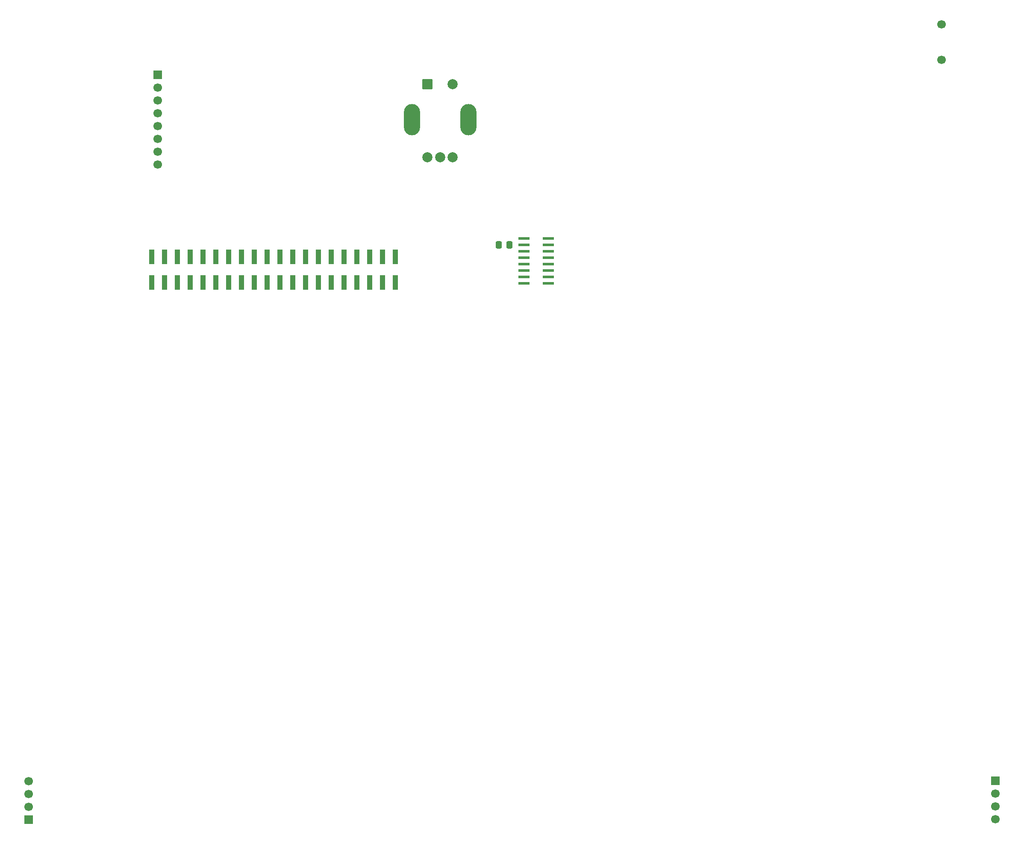
<source format=gbs>
G04 #@! TF.GenerationSoftware,KiCad,Pcbnew,9.0.1*
G04 #@! TF.CreationDate,2025-08-16T12:46:55+08:00*
G04 #@! TF.ProjectId,final version,66696e61-6c20-4766-9572-73696f6e2e6b,rev?*
G04 #@! TF.SameCoordinates,Original*
G04 #@! TF.FileFunction,Soldermask,Bot*
G04 #@! TF.FilePolarity,Negative*
%FSLAX46Y46*%
G04 Gerber Fmt 4.6, Leading zero omitted, Abs format (unit mm)*
G04 Created by KiCad (PCBNEW 9.0.1) date 2025-08-16 12:46:55*
%MOMM*%
%LPD*%
G01*
G04 APERTURE LIST*
G04 Aperture macros list*
%AMRoundRect*
0 Rectangle with rounded corners*
0 $1 Rounding radius*
0 $2 $3 $4 $5 $6 $7 $8 $9 X,Y pos of 4 corners*
0 Add a 4 corners polygon primitive as box body*
4,1,4,$2,$3,$4,$5,$6,$7,$8,$9,$2,$3,0*
0 Add four circle primitives for the rounded corners*
1,1,$1+$1,$2,$3*
1,1,$1+$1,$4,$5*
1,1,$1+$1,$6,$7*
1,1,$1+$1,$8,$9*
0 Add four rect primitives between the rounded corners*
20,1,$1+$1,$2,$3,$4,$5,0*
20,1,$1+$1,$4,$5,$6,$7,0*
20,1,$1+$1,$6,$7,$8,$9,0*
20,1,$1+$1,$8,$9,$2,$3,0*%
G04 Aperture macros list end*
%ADD10R,1.700000X1.700000*%
%ADD11C,1.700000*%
%ADD12RoundRect,0.102000X-0.900000X-0.900000X0.900000X-0.900000X0.900000X0.900000X-0.900000X0.900000X0*%
%ADD13C,2.004000*%
%ADD14O,3.204000X6.204000*%
%ADD15RoundRect,0.250000X0.337500X0.475000X-0.337500X0.475000X-0.337500X-0.475000X0.337500X-0.475000X0*%
%ADD16R,2.286000X0.558800*%
%ADD17R,1.000000X3.000000*%
G04 APERTURE END LIST*
D10*
X48500000Y-225700000D03*
D11*
X48500000Y-223160000D03*
X48500000Y-220620000D03*
X48500000Y-218080000D03*
D10*
X240000000Y-218000000D03*
D11*
X240000000Y-220540000D03*
X240000000Y-223080000D03*
X240000000Y-225620000D03*
X229380000Y-68130000D03*
X229380000Y-75130000D03*
D12*
X127500000Y-80000000D03*
D13*
X132500000Y-80000000D03*
X127500000Y-94500000D03*
X132500000Y-94500000D03*
X130000000Y-94500000D03*
D14*
X124400000Y-87000000D03*
X135600000Y-87000000D03*
D10*
X74050000Y-78110000D03*
D11*
X74050000Y-80650000D03*
X74050000Y-83190000D03*
X74050000Y-85730000D03*
X74050000Y-88270000D03*
X74050000Y-90810000D03*
X74050000Y-93350000D03*
X74050000Y-95890000D03*
D15*
X143737500Y-111850000D03*
X141662500Y-111850000D03*
D16*
X151413000Y-110555000D03*
X151413000Y-111825000D03*
X151413000Y-113095000D03*
X151413000Y-114365000D03*
X151413000Y-115635000D03*
X151413000Y-116905000D03*
X151413000Y-118175000D03*
X151413000Y-119445000D03*
X146587000Y-119445000D03*
X146587000Y-118175000D03*
X146587000Y-116905000D03*
X146587000Y-115635000D03*
X146587000Y-114365000D03*
X146587000Y-113095000D03*
X146587000Y-111825000D03*
X146587000Y-110555000D03*
D17*
X121130000Y-114230000D03*
X121130000Y-119270000D03*
X118590000Y-114230000D03*
X118590000Y-119270000D03*
X116050000Y-114230000D03*
X116050000Y-119270000D03*
X113510000Y-114230000D03*
X113510000Y-119270000D03*
X110970000Y-114230000D03*
X110970000Y-119270000D03*
X108430000Y-114230000D03*
X108430000Y-119270000D03*
X105890000Y-114230000D03*
X105890000Y-119270000D03*
X103350000Y-114230000D03*
X103350000Y-119270000D03*
X100810000Y-114230000D03*
X100810000Y-119270000D03*
X98270000Y-114230000D03*
X98270000Y-119270000D03*
X95730000Y-114230000D03*
X95730000Y-119270000D03*
X93190000Y-114230000D03*
X93190000Y-119270000D03*
X90650000Y-114230000D03*
X90650000Y-119270000D03*
X88110000Y-114230000D03*
X88110000Y-119270000D03*
X85570000Y-114230000D03*
X85570000Y-119270000D03*
X83030000Y-114230000D03*
X83030000Y-119270000D03*
X80490000Y-114230000D03*
X80490000Y-119270000D03*
X77950000Y-114230000D03*
X77950000Y-119270000D03*
X75410000Y-114230000D03*
X75410000Y-119270000D03*
X72870000Y-114230000D03*
X72870000Y-119270000D03*
M02*

</source>
